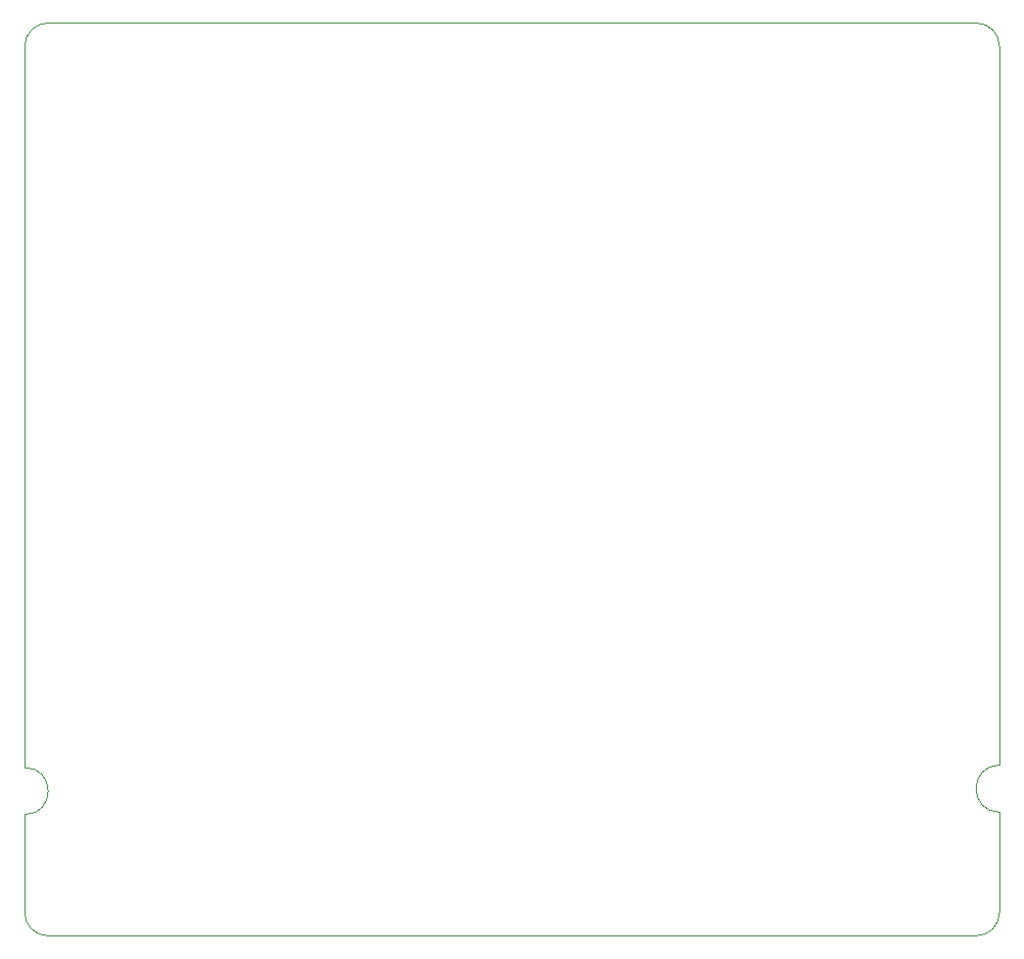
<source format=gm1>
G04 #@! TF.GenerationSoftware,KiCad,Pcbnew,(6.0.8)*
G04 #@! TF.CreationDate,2022-11-19T15:58:00-06:00*
G04 #@! TF.ProjectId,BlackBox_Rev1,426c6163-6b42-46f7-985f-526576312e6b,rev?*
G04 #@! TF.SameCoordinates,Original*
G04 #@! TF.FileFunction,Profile,NP*
%FSLAX46Y46*%
G04 Gerber Fmt 4.6, Leading zero omitted, Abs format (unit mm)*
G04 Created by KiCad (PCBNEW (6.0.8)) date 2022-11-19 15:58:00*
%MOMM*%
%LPD*%
G01*
G04 APERTURE LIST*
G04 #@! TA.AperFunction,Profile*
%ADD10C,0.050000*%
G04 #@! TD*
G04 APERTURE END LIST*
D10*
X140970000Y-54356000D02*
G75*
G03*
X138938000Y-52324000I-2032000J0D01*
G01*
X58928000Y-131064000D02*
X138938000Y-131064000D01*
X58928000Y-52324000D02*
G75*
G03*
X56896000Y-54356000I0J-2032000D01*
G01*
X140970000Y-116332000D02*
G75*
G03*
X140970000Y-120396000I0J-2032000D01*
G01*
X138938000Y-131064000D02*
G75*
G03*
X140970000Y-129032000I0J2032000D01*
G01*
X56896000Y-120599200D02*
X56896000Y-129032000D01*
X56896000Y-54356000D02*
X56896000Y-116535200D01*
X140970000Y-116332000D02*
X140970000Y-54356000D01*
X140970000Y-120396000D02*
X140970000Y-129032000D01*
X58928000Y-52324000D02*
X138938000Y-52324000D01*
X56896000Y-120599200D02*
G75*
G03*
X56896000Y-116535200I0J2032000D01*
G01*
X56896000Y-129032000D02*
G75*
G03*
X58928000Y-131064000I2032000J0D01*
G01*
M02*

</source>
